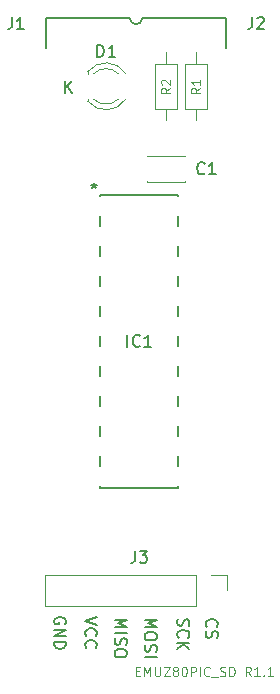
<source format=gto>
%TF.GenerationSoftware,KiCad,Pcbnew,7.0.5*%
%TF.CreationDate,2023-09-18T23:30:41+09:00*%
%TF.ProjectId,PIC18F47QXX_SD,50494331-3846-4343-9751-58585f53442e,1.1*%
%TF.SameCoordinates,PX60e4b00PY791ddc0*%
%TF.FileFunction,Legend,Top*%
%TF.FilePolarity,Positive*%
%FSLAX46Y46*%
G04 Gerber Fmt 4.6, Leading zero omitted, Abs format (unit mm)*
G04 Created by KiCad (PCBNEW 7.0.5) date 2023-09-18 23:30:41*
%MOMM*%
%LPD*%
G01*
G04 APERTURE LIST*
%ADD10C,0.150000*%
%ADD11C,0.108000*%
%ADD12C,0.120000*%
%ADD13C,0.152400*%
G04 APERTURE END LIST*
D10*
X5086600Y54060000D02*
X5086600Y56600000D01*
X12173200Y56600000D02*
G75*
G03*
X13240000Y56600000I533400J0D01*
G01*
X20326600Y56600000D02*
X20326600Y54060000D01*
X13240000Y56600000D02*
X20326600Y56600000D01*
X5086600Y56600000D02*
X12173200Y56600000D01*
D11*
X12696766Y1289645D02*
X12956766Y1289645D01*
X13068194Y881074D02*
X12696766Y881074D01*
X12696766Y881074D02*
X12696766Y1661074D01*
X12696766Y1661074D02*
X13068194Y1661074D01*
X13402480Y881074D02*
X13402480Y1661074D01*
X13402480Y1661074D02*
X13662480Y1103931D01*
X13662480Y1103931D02*
X13922480Y1661074D01*
X13922480Y1661074D02*
X13922480Y881074D01*
X14293909Y1661074D02*
X14293909Y1029645D01*
X14293909Y1029645D02*
X14331052Y955359D01*
X14331052Y955359D02*
X14368195Y918216D01*
X14368195Y918216D02*
X14442480Y881074D01*
X14442480Y881074D02*
X14591052Y881074D01*
X14591052Y881074D02*
X14665337Y918216D01*
X14665337Y918216D02*
X14702480Y955359D01*
X14702480Y955359D02*
X14739623Y1029645D01*
X14739623Y1029645D02*
X14739623Y1661074D01*
X15036766Y1661074D02*
X15556766Y1661074D01*
X15556766Y1661074D02*
X15036766Y881074D01*
X15036766Y881074D02*
X15556766Y881074D01*
X15965337Y1326788D02*
X15891052Y1363931D01*
X15891052Y1363931D02*
X15853909Y1401074D01*
X15853909Y1401074D02*
X15816766Y1475359D01*
X15816766Y1475359D02*
X15816766Y1512502D01*
X15816766Y1512502D02*
X15853909Y1586788D01*
X15853909Y1586788D02*
X15891052Y1623931D01*
X15891052Y1623931D02*
X15965337Y1661074D01*
X15965337Y1661074D02*
X16113909Y1661074D01*
X16113909Y1661074D02*
X16188195Y1623931D01*
X16188195Y1623931D02*
X16225337Y1586788D01*
X16225337Y1586788D02*
X16262480Y1512502D01*
X16262480Y1512502D02*
X16262480Y1475359D01*
X16262480Y1475359D02*
X16225337Y1401074D01*
X16225337Y1401074D02*
X16188195Y1363931D01*
X16188195Y1363931D02*
X16113909Y1326788D01*
X16113909Y1326788D02*
X15965337Y1326788D01*
X15965337Y1326788D02*
X15891052Y1289645D01*
X15891052Y1289645D02*
X15853909Y1252502D01*
X15853909Y1252502D02*
X15816766Y1178216D01*
X15816766Y1178216D02*
X15816766Y1029645D01*
X15816766Y1029645D02*
X15853909Y955359D01*
X15853909Y955359D02*
X15891052Y918216D01*
X15891052Y918216D02*
X15965337Y881074D01*
X15965337Y881074D02*
X16113909Y881074D01*
X16113909Y881074D02*
X16188195Y918216D01*
X16188195Y918216D02*
X16225337Y955359D01*
X16225337Y955359D02*
X16262480Y1029645D01*
X16262480Y1029645D02*
X16262480Y1178216D01*
X16262480Y1178216D02*
X16225337Y1252502D01*
X16225337Y1252502D02*
X16188195Y1289645D01*
X16188195Y1289645D02*
X16113909Y1326788D01*
X16745337Y1661074D02*
X16819623Y1661074D01*
X16819623Y1661074D02*
X16893909Y1623931D01*
X16893909Y1623931D02*
X16931052Y1586788D01*
X16931052Y1586788D02*
X16968194Y1512502D01*
X16968194Y1512502D02*
X17005337Y1363931D01*
X17005337Y1363931D02*
X17005337Y1178216D01*
X17005337Y1178216D02*
X16968194Y1029645D01*
X16968194Y1029645D02*
X16931052Y955359D01*
X16931052Y955359D02*
X16893909Y918216D01*
X16893909Y918216D02*
X16819623Y881074D01*
X16819623Y881074D02*
X16745337Y881074D01*
X16745337Y881074D02*
X16671052Y918216D01*
X16671052Y918216D02*
X16633909Y955359D01*
X16633909Y955359D02*
X16596766Y1029645D01*
X16596766Y1029645D02*
X16559623Y1178216D01*
X16559623Y1178216D02*
X16559623Y1363931D01*
X16559623Y1363931D02*
X16596766Y1512502D01*
X16596766Y1512502D02*
X16633909Y1586788D01*
X16633909Y1586788D02*
X16671052Y1623931D01*
X16671052Y1623931D02*
X16745337Y1661074D01*
X17339623Y881074D02*
X17339623Y1661074D01*
X17339623Y1661074D02*
X17636766Y1661074D01*
X17636766Y1661074D02*
X17711051Y1623931D01*
X17711051Y1623931D02*
X17748194Y1586788D01*
X17748194Y1586788D02*
X17785337Y1512502D01*
X17785337Y1512502D02*
X17785337Y1401074D01*
X17785337Y1401074D02*
X17748194Y1326788D01*
X17748194Y1326788D02*
X17711051Y1289645D01*
X17711051Y1289645D02*
X17636766Y1252502D01*
X17636766Y1252502D02*
X17339623Y1252502D01*
X18119623Y881074D02*
X18119623Y1661074D01*
X18936766Y955359D02*
X18899623Y918216D01*
X18899623Y918216D02*
X18788195Y881074D01*
X18788195Y881074D02*
X18713909Y881074D01*
X18713909Y881074D02*
X18602480Y918216D01*
X18602480Y918216D02*
X18528195Y992502D01*
X18528195Y992502D02*
X18491052Y1066788D01*
X18491052Y1066788D02*
X18453909Y1215359D01*
X18453909Y1215359D02*
X18453909Y1326788D01*
X18453909Y1326788D02*
X18491052Y1475359D01*
X18491052Y1475359D02*
X18528195Y1549645D01*
X18528195Y1549645D02*
X18602480Y1623931D01*
X18602480Y1623931D02*
X18713909Y1661074D01*
X18713909Y1661074D02*
X18788195Y1661074D01*
X18788195Y1661074D02*
X18899623Y1623931D01*
X18899623Y1623931D02*
X18936766Y1586788D01*
X19085338Y806788D02*
X19679623Y806788D01*
X19828195Y918216D02*
X19939624Y881074D01*
X19939624Y881074D02*
X20125338Y881074D01*
X20125338Y881074D02*
X20199624Y918216D01*
X20199624Y918216D02*
X20236766Y955359D01*
X20236766Y955359D02*
X20273909Y1029645D01*
X20273909Y1029645D02*
X20273909Y1103931D01*
X20273909Y1103931D02*
X20236766Y1178216D01*
X20236766Y1178216D02*
X20199624Y1215359D01*
X20199624Y1215359D02*
X20125338Y1252502D01*
X20125338Y1252502D02*
X19976766Y1289645D01*
X19976766Y1289645D02*
X19902481Y1326788D01*
X19902481Y1326788D02*
X19865338Y1363931D01*
X19865338Y1363931D02*
X19828195Y1438216D01*
X19828195Y1438216D02*
X19828195Y1512502D01*
X19828195Y1512502D02*
X19865338Y1586788D01*
X19865338Y1586788D02*
X19902481Y1623931D01*
X19902481Y1623931D02*
X19976766Y1661074D01*
X19976766Y1661074D02*
X20162481Y1661074D01*
X20162481Y1661074D02*
X20273909Y1623931D01*
X20608195Y881074D02*
X20608195Y1661074D01*
X20608195Y1661074D02*
X20793909Y1661074D01*
X20793909Y1661074D02*
X20905338Y1623931D01*
X20905338Y1623931D02*
X20979623Y1549645D01*
X20979623Y1549645D02*
X21016766Y1475359D01*
X21016766Y1475359D02*
X21053909Y1326788D01*
X21053909Y1326788D02*
X21053909Y1215359D01*
X21053909Y1215359D02*
X21016766Y1066788D01*
X21016766Y1066788D02*
X20979623Y992502D01*
X20979623Y992502D02*
X20905338Y918216D01*
X20905338Y918216D02*
X20793909Y881074D01*
X20793909Y881074D02*
X20608195Y881074D01*
X22428195Y881074D02*
X22168195Y1252502D01*
X21982481Y881074D02*
X21982481Y1661074D01*
X21982481Y1661074D02*
X22279624Y1661074D01*
X22279624Y1661074D02*
X22353909Y1623931D01*
X22353909Y1623931D02*
X22391052Y1586788D01*
X22391052Y1586788D02*
X22428195Y1512502D01*
X22428195Y1512502D02*
X22428195Y1401074D01*
X22428195Y1401074D02*
X22391052Y1326788D01*
X22391052Y1326788D02*
X22353909Y1289645D01*
X22353909Y1289645D02*
X22279624Y1252502D01*
X22279624Y1252502D02*
X21982481Y1252502D01*
X23171052Y881074D02*
X22725338Y881074D01*
X22948195Y881074D02*
X22948195Y1661074D01*
X22948195Y1661074D02*
X22873909Y1549645D01*
X22873909Y1549645D02*
X22799624Y1475359D01*
X22799624Y1475359D02*
X22725338Y1438216D01*
X23505338Y955359D02*
X23542481Y918216D01*
X23542481Y918216D02*
X23505338Y881074D01*
X23505338Y881074D02*
X23468195Y918216D01*
X23468195Y918216D02*
X23505338Y955359D01*
X23505338Y955359D02*
X23505338Y881074D01*
X24285338Y881074D02*
X23839624Y881074D01*
X24062481Y881074D02*
X24062481Y1661074D01*
X24062481Y1661074D02*
X23988195Y1549645D01*
X23988195Y1549645D02*
X23913910Y1475359D01*
X23913910Y1475359D02*
X23839624Y1438216D01*
D10*
X16256000Y5705240D02*
X16208380Y5562383D01*
X16208380Y5562383D02*
X16208380Y5324288D01*
X16208380Y5324288D02*
X16256000Y5229050D01*
X16256000Y5229050D02*
X16303619Y5181431D01*
X16303619Y5181431D02*
X16398857Y5133812D01*
X16398857Y5133812D02*
X16494095Y5133812D01*
X16494095Y5133812D02*
X16589333Y5181431D01*
X16589333Y5181431D02*
X16636952Y5229050D01*
X16636952Y5229050D02*
X16684571Y5324288D01*
X16684571Y5324288D02*
X16732190Y5514764D01*
X16732190Y5514764D02*
X16779809Y5610002D01*
X16779809Y5610002D02*
X16827428Y5657621D01*
X16827428Y5657621D02*
X16922666Y5705240D01*
X16922666Y5705240D02*
X17017904Y5705240D01*
X17017904Y5705240D02*
X17113142Y5657621D01*
X17113142Y5657621D02*
X17160761Y5610002D01*
X17160761Y5610002D02*
X17208380Y5514764D01*
X17208380Y5514764D02*
X17208380Y5276669D01*
X17208380Y5276669D02*
X17160761Y5133812D01*
X16303619Y4133812D02*
X16256000Y4181431D01*
X16256000Y4181431D02*
X16208380Y4324288D01*
X16208380Y4324288D02*
X16208380Y4419526D01*
X16208380Y4419526D02*
X16256000Y4562383D01*
X16256000Y4562383D02*
X16351238Y4657621D01*
X16351238Y4657621D02*
X16446476Y4705240D01*
X16446476Y4705240D02*
X16636952Y4752859D01*
X16636952Y4752859D02*
X16779809Y4752859D01*
X16779809Y4752859D02*
X16970285Y4705240D01*
X16970285Y4705240D02*
X17065523Y4657621D01*
X17065523Y4657621D02*
X17160761Y4562383D01*
X17160761Y4562383D02*
X17208380Y4419526D01*
X17208380Y4419526D02*
X17208380Y4324288D01*
X17208380Y4324288D02*
X17160761Y4181431D01*
X17160761Y4181431D02*
X17113142Y4133812D01*
X16208380Y3705240D02*
X17208380Y3705240D01*
X16208380Y3133812D02*
X16779809Y3562383D01*
X17208380Y3133812D02*
X16636952Y3705240D01*
X6716779Y50230181D02*
X6716779Y51230181D01*
X7288207Y50230181D02*
X6859636Y50801610D01*
X7288207Y51230181D02*
X6716779Y50658753D01*
X6721361Y5286212D02*
X6768980Y5381450D01*
X6768980Y5381450D02*
X6768980Y5524307D01*
X6768980Y5524307D02*
X6721361Y5667164D01*
X6721361Y5667164D02*
X6626123Y5762402D01*
X6626123Y5762402D02*
X6530885Y5810021D01*
X6530885Y5810021D02*
X6340409Y5857640D01*
X6340409Y5857640D02*
X6197552Y5857640D01*
X6197552Y5857640D02*
X6007076Y5810021D01*
X6007076Y5810021D02*
X5911838Y5762402D01*
X5911838Y5762402D02*
X5816600Y5667164D01*
X5816600Y5667164D02*
X5768980Y5524307D01*
X5768980Y5524307D02*
X5768980Y5429069D01*
X5768980Y5429069D02*
X5816600Y5286212D01*
X5816600Y5286212D02*
X5864219Y5238593D01*
X5864219Y5238593D02*
X6197552Y5238593D01*
X6197552Y5238593D02*
X6197552Y5429069D01*
X5768980Y4810021D02*
X6768980Y4810021D01*
X6768980Y4810021D02*
X5768980Y4238593D01*
X5768980Y4238593D02*
X6768980Y4238593D01*
X5768980Y3762402D02*
X6768980Y3762402D01*
X6768980Y3762402D02*
X6768980Y3524307D01*
X6768980Y3524307D02*
X6721361Y3381450D01*
X6721361Y3381450D02*
X6626123Y3286212D01*
X6626123Y3286212D02*
X6530885Y3238593D01*
X6530885Y3238593D02*
X6340409Y3190974D01*
X6340409Y3190974D02*
X6197552Y3190974D01*
X6197552Y3190974D02*
X6007076Y3238593D01*
X6007076Y3238593D02*
X5911838Y3286212D01*
X5911838Y3286212D02*
X5816600Y3381450D01*
X5816600Y3381450D02*
X5768980Y3524307D01*
X5768980Y3524307D02*
X5768980Y3762402D01*
X9385180Y5851278D02*
X8385180Y5517945D01*
X8385180Y5517945D02*
X9385180Y5184612D01*
X8480419Y4279850D02*
X8432800Y4327469D01*
X8432800Y4327469D02*
X8385180Y4470326D01*
X8385180Y4470326D02*
X8385180Y4565564D01*
X8385180Y4565564D02*
X8432800Y4708421D01*
X8432800Y4708421D02*
X8528038Y4803659D01*
X8528038Y4803659D02*
X8623276Y4851278D01*
X8623276Y4851278D02*
X8813752Y4898897D01*
X8813752Y4898897D02*
X8956609Y4898897D01*
X8956609Y4898897D02*
X9147085Y4851278D01*
X9147085Y4851278D02*
X9242323Y4803659D01*
X9242323Y4803659D02*
X9337561Y4708421D01*
X9337561Y4708421D02*
X9385180Y4565564D01*
X9385180Y4565564D02*
X9385180Y4470326D01*
X9385180Y4470326D02*
X9337561Y4327469D01*
X9337561Y4327469D02*
X9289942Y4279850D01*
X8480419Y3279850D02*
X8432800Y3327469D01*
X8432800Y3327469D02*
X8385180Y3470326D01*
X8385180Y3470326D02*
X8385180Y3565564D01*
X8385180Y3565564D02*
X8432800Y3708421D01*
X8432800Y3708421D02*
X8528038Y3803659D01*
X8528038Y3803659D02*
X8623276Y3851278D01*
X8623276Y3851278D02*
X8813752Y3898897D01*
X8813752Y3898897D02*
X8956609Y3898897D01*
X8956609Y3898897D02*
X9147085Y3851278D01*
X9147085Y3851278D02*
X9242323Y3803659D01*
X9242323Y3803659D02*
X9337561Y3708421D01*
X9337561Y3708421D02*
X9385180Y3565564D01*
X9385180Y3565564D02*
X9385180Y3470326D01*
X9385180Y3470326D02*
X9337561Y3327469D01*
X9337561Y3327469D02*
X9289942Y3279850D01*
X18716619Y5060793D02*
X18669000Y5108412D01*
X18669000Y5108412D02*
X18621380Y5251269D01*
X18621380Y5251269D02*
X18621380Y5346507D01*
X18621380Y5346507D02*
X18669000Y5489364D01*
X18669000Y5489364D02*
X18764238Y5584602D01*
X18764238Y5584602D02*
X18859476Y5632221D01*
X18859476Y5632221D02*
X19049952Y5679840D01*
X19049952Y5679840D02*
X19192809Y5679840D01*
X19192809Y5679840D02*
X19383285Y5632221D01*
X19383285Y5632221D02*
X19478523Y5584602D01*
X19478523Y5584602D02*
X19573761Y5489364D01*
X19573761Y5489364D02*
X19621380Y5346507D01*
X19621380Y5346507D02*
X19621380Y5251269D01*
X19621380Y5251269D02*
X19573761Y5108412D01*
X19573761Y5108412D02*
X19526142Y5060793D01*
X18669000Y4679840D02*
X18621380Y4536983D01*
X18621380Y4536983D02*
X18621380Y4298888D01*
X18621380Y4298888D02*
X18669000Y4203650D01*
X18669000Y4203650D02*
X18716619Y4156031D01*
X18716619Y4156031D02*
X18811857Y4108412D01*
X18811857Y4108412D02*
X18907095Y4108412D01*
X18907095Y4108412D02*
X19002333Y4156031D01*
X19002333Y4156031D02*
X19049952Y4203650D01*
X19049952Y4203650D02*
X19097571Y4298888D01*
X19097571Y4298888D02*
X19145190Y4489364D01*
X19145190Y4489364D02*
X19192809Y4584602D01*
X19192809Y4584602D02*
X19240428Y4632221D01*
X19240428Y4632221D02*
X19335666Y4679840D01*
X19335666Y4679840D02*
X19430904Y4679840D01*
X19430904Y4679840D02*
X19526142Y4632221D01*
X19526142Y4632221D02*
X19573761Y4584602D01*
X19573761Y4584602D02*
X19621380Y4489364D01*
X19621380Y4489364D02*
X19621380Y4251269D01*
X19621380Y4251269D02*
X19573761Y4108412D01*
X13439780Y5657621D02*
X14439780Y5657621D01*
X14439780Y5657621D02*
X13725495Y5324288D01*
X13725495Y5324288D02*
X14439780Y4990955D01*
X14439780Y4990955D02*
X13439780Y4990955D01*
X14439780Y4324288D02*
X14439780Y4133812D01*
X14439780Y4133812D02*
X14392161Y4038574D01*
X14392161Y4038574D02*
X14296923Y3943336D01*
X14296923Y3943336D02*
X14106447Y3895717D01*
X14106447Y3895717D02*
X13773114Y3895717D01*
X13773114Y3895717D02*
X13582638Y3943336D01*
X13582638Y3943336D02*
X13487400Y4038574D01*
X13487400Y4038574D02*
X13439780Y4133812D01*
X13439780Y4133812D02*
X13439780Y4324288D01*
X13439780Y4324288D02*
X13487400Y4419526D01*
X13487400Y4419526D02*
X13582638Y4514764D01*
X13582638Y4514764D02*
X13773114Y4562383D01*
X13773114Y4562383D02*
X14106447Y4562383D01*
X14106447Y4562383D02*
X14296923Y4514764D01*
X14296923Y4514764D02*
X14392161Y4419526D01*
X14392161Y4419526D02*
X14439780Y4324288D01*
X13487400Y3514764D02*
X13439780Y3371907D01*
X13439780Y3371907D02*
X13439780Y3133812D01*
X13439780Y3133812D02*
X13487400Y3038574D01*
X13487400Y3038574D02*
X13535019Y2990955D01*
X13535019Y2990955D02*
X13630257Y2943336D01*
X13630257Y2943336D02*
X13725495Y2943336D01*
X13725495Y2943336D02*
X13820733Y2990955D01*
X13820733Y2990955D02*
X13868352Y3038574D01*
X13868352Y3038574D02*
X13915971Y3133812D01*
X13915971Y3133812D02*
X13963590Y3324288D01*
X13963590Y3324288D02*
X14011209Y3419526D01*
X14011209Y3419526D02*
X14058828Y3467145D01*
X14058828Y3467145D02*
X14154066Y3514764D01*
X14154066Y3514764D02*
X14249304Y3514764D01*
X14249304Y3514764D02*
X14344542Y3467145D01*
X14344542Y3467145D02*
X14392161Y3419526D01*
X14392161Y3419526D02*
X14439780Y3324288D01*
X14439780Y3324288D02*
X14439780Y3086193D01*
X14439780Y3086193D02*
X14392161Y2943336D01*
X13439780Y2514764D02*
X14439780Y2514764D01*
X10899780Y5657621D02*
X11899780Y5657621D01*
X11899780Y5657621D02*
X11185495Y5324288D01*
X11185495Y5324288D02*
X11899780Y4990955D01*
X11899780Y4990955D02*
X10899780Y4990955D01*
X10899780Y4514764D02*
X11899780Y4514764D01*
X10947400Y4086193D02*
X10899780Y3943336D01*
X10899780Y3943336D02*
X10899780Y3705241D01*
X10899780Y3705241D02*
X10947400Y3610003D01*
X10947400Y3610003D02*
X10995019Y3562384D01*
X10995019Y3562384D02*
X11090257Y3514765D01*
X11090257Y3514765D02*
X11185495Y3514765D01*
X11185495Y3514765D02*
X11280733Y3562384D01*
X11280733Y3562384D02*
X11328352Y3610003D01*
X11328352Y3610003D02*
X11375971Y3705241D01*
X11375971Y3705241D02*
X11423590Y3895717D01*
X11423590Y3895717D02*
X11471209Y3990955D01*
X11471209Y3990955D02*
X11518828Y4038574D01*
X11518828Y4038574D02*
X11614066Y4086193D01*
X11614066Y4086193D02*
X11709304Y4086193D01*
X11709304Y4086193D02*
X11804542Y4038574D01*
X11804542Y4038574D02*
X11852161Y3990955D01*
X11852161Y3990955D02*
X11899780Y3895717D01*
X11899780Y3895717D02*
X11899780Y3657622D01*
X11899780Y3657622D02*
X11852161Y3514765D01*
X11899780Y2895717D02*
X11899780Y2705241D01*
X11899780Y2705241D02*
X11852161Y2610003D01*
X11852161Y2610003D02*
X11756923Y2514765D01*
X11756923Y2514765D02*
X11566447Y2467146D01*
X11566447Y2467146D02*
X11233114Y2467146D01*
X11233114Y2467146D02*
X11042638Y2514765D01*
X11042638Y2514765D02*
X10947400Y2610003D01*
X10947400Y2610003D02*
X10899780Y2705241D01*
X10899780Y2705241D02*
X10899780Y2895717D01*
X10899780Y2895717D02*
X10947400Y2990955D01*
X10947400Y2990955D02*
X11042638Y3086193D01*
X11042638Y3086193D02*
X11233114Y3133812D01*
X11233114Y3133812D02*
X11566447Y3133812D01*
X11566447Y3133812D02*
X11756923Y3086193D01*
X11756923Y3086193D02*
X11852161Y2990955D01*
X11852161Y2990955D02*
X11899780Y2895717D01*
D11*
X18107469Y50680001D02*
X17764612Y50440001D01*
X18107469Y50268572D02*
X17387469Y50268572D01*
X17387469Y50268572D02*
X17387469Y50542858D01*
X17387469Y50542858D02*
X17421755Y50611429D01*
X17421755Y50611429D02*
X17456041Y50645715D01*
X17456041Y50645715D02*
X17524612Y50680001D01*
X17524612Y50680001D02*
X17627469Y50680001D01*
X17627469Y50680001D02*
X17696041Y50645715D01*
X17696041Y50645715D02*
X17730326Y50611429D01*
X17730326Y50611429D02*
X17764612Y50542858D01*
X17764612Y50542858D02*
X17764612Y50268572D01*
X18107469Y51365715D02*
X18107469Y50954286D01*
X18107469Y51160001D02*
X17387469Y51160001D01*
X17387469Y51160001D02*
X17490326Y51091429D01*
X17490326Y51091429D02*
X17558898Y51022858D01*
X17558898Y51022858D02*
X17593184Y50954286D01*
D10*
X18503333Y43450420D02*
X18455714Y43402800D01*
X18455714Y43402800D02*
X18312857Y43355181D01*
X18312857Y43355181D02*
X18217619Y43355181D01*
X18217619Y43355181D02*
X18074762Y43402800D01*
X18074762Y43402800D02*
X17979524Y43498039D01*
X17979524Y43498039D02*
X17931905Y43593277D01*
X17931905Y43593277D02*
X17884286Y43783753D01*
X17884286Y43783753D02*
X17884286Y43926610D01*
X17884286Y43926610D02*
X17931905Y44117086D01*
X17931905Y44117086D02*
X17979524Y44212324D01*
X17979524Y44212324D02*
X18074762Y44307562D01*
X18074762Y44307562D02*
X18217619Y44355181D01*
X18217619Y44355181D02*
X18312857Y44355181D01*
X18312857Y44355181D02*
X18455714Y44307562D01*
X18455714Y44307562D02*
X18503333Y44259943D01*
X19455714Y43355181D02*
X18884286Y43355181D01*
X19170000Y43355181D02*
X19170000Y44355181D01*
X19170000Y44355181D02*
X19074762Y44212324D01*
X19074762Y44212324D02*
X18979524Y44117086D01*
X18979524Y44117086D02*
X18884286Y44069467D01*
X9421905Y53305181D02*
X9421905Y54305181D01*
X9421905Y54305181D02*
X9660000Y54305181D01*
X9660000Y54305181D02*
X9802857Y54257562D01*
X9802857Y54257562D02*
X9898095Y54162324D01*
X9898095Y54162324D02*
X9945714Y54067086D01*
X9945714Y54067086D02*
X9993333Y53876610D01*
X9993333Y53876610D02*
X9993333Y53733753D01*
X9993333Y53733753D02*
X9945714Y53543277D01*
X9945714Y53543277D02*
X9898095Y53448039D01*
X9898095Y53448039D02*
X9802857Y53352800D01*
X9802857Y53352800D02*
X9660000Y53305181D01*
X9660000Y53305181D02*
X9421905Y53305181D01*
X10945714Y53305181D02*
X10374286Y53305181D01*
X10660000Y53305181D02*
X10660000Y54305181D01*
X10660000Y54305181D02*
X10564762Y54162324D01*
X10564762Y54162324D02*
X10469524Y54067086D01*
X10469524Y54067086D02*
X10374286Y54019467D01*
D11*
X15567469Y50680001D02*
X15224612Y50440001D01*
X15567469Y50268572D02*
X14847469Y50268572D01*
X14847469Y50268572D02*
X14847469Y50542858D01*
X14847469Y50542858D02*
X14881755Y50611429D01*
X14881755Y50611429D02*
X14916041Y50645715D01*
X14916041Y50645715D02*
X14984612Y50680001D01*
X14984612Y50680001D02*
X15087469Y50680001D01*
X15087469Y50680001D02*
X15156041Y50645715D01*
X15156041Y50645715D02*
X15190326Y50611429D01*
X15190326Y50611429D02*
X15224612Y50542858D01*
X15224612Y50542858D02*
X15224612Y50268572D01*
X14916041Y50954286D02*
X14881755Y50988572D01*
X14881755Y50988572D02*
X14847469Y51057143D01*
X14847469Y51057143D02*
X14847469Y51228572D01*
X14847469Y51228572D02*
X14881755Y51297143D01*
X14881755Y51297143D02*
X14916041Y51331429D01*
X14916041Y51331429D02*
X14984612Y51365715D01*
X14984612Y51365715D02*
X15053184Y51365715D01*
X15053184Y51365715D02*
X15156041Y51331429D01*
X15156041Y51331429D02*
X15567469Y50920001D01*
X15567469Y50920001D02*
X15567469Y51365715D01*
D10*
X11977810Y28755181D02*
X11977810Y29755181D01*
X13025428Y28850420D02*
X12977809Y28802800D01*
X12977809Y28802800D02*
X12834952Y28755181D01*
X12834952Y28755181D02*
X12739714Y28755181D01*
X12739714Y28755181D02*
X12596857Y28802800D01*
X12596857Y28802800D02*
X12501619Y28898039D01*
X12501619Y28898039D02*
X12454000Y28993277D01*
X12454000Y28993277D02*
X12406381Y29183753D01*
X12406381Y29183753D02*
X12406381Y29326610D01*
X12406381Y29326610D02*
X12454000Y29517086D01*
X12454000Y29517086D02*
X12501619Y29612324D01*
X12501619Y29612324D02*
X12596857Y29707562D01*
X12596857Y29707562D02*
X12739714Y29755181D01*
X12739714Y29755181D02*
X12834952Y29755181D01*
X12834952Y29755181D02*
X12977809Y29707562D01*
X12977809Y29707562D02*
X13025428Y29659943D01*
X13977809Y28755181D02*
X13406381Y28755181D01*
X13692095Y28755181D02*
X13692095Y29755181D01*
X13692095Y29755181D02*
X13596857Y29612324D01*
X13596857Y29612324D02*
X13501619Y29517086D01*
X13501619Y29517086D02*
X13406381Y29469467D01*
X9144000Y42582181D02*
X9144000Y42344086D01*
X8905905Y42439324D02*
X9144000Y42344086D01*
X9144000Y42344086D02*
X9382095Y42439324D01*
X9001143Y42153610D02*
X9144000Y42344086D01*
X9144000Y42344086D02*
X9286857Y42153610D01*
X12620666Y11467181D02*
X12620666Y10752896D01*
X12620666Y10752896D02*
X12573047Y10610039D01*
X12573047Y10610039D02*
X12477809Y10514800D01*
X12477809Y10514800D02*
X12334952Y10467181D01*
X12334952Y10467181D02*
X12239714Y10467181D01*
X13001619Y11467181D02*
X13620666Y11467181D01*
X13620666Y11467181D02*
X13287333Y11086229D01*
X13287333Y11086229D02*
X13430190Y11086229D01*
X13430190Y11086229D02*
X13525428Y11038610D01*
X13525428Y11038610D02*
X13573047Y10990991D01*
X13573047Y10990991D02*
X13620666Y10895753D01*
X13620666Y10895753D02*
X13620666Y10657658D01*
X13620666Y10657658D02*
X13573047Y10562420D01*
X13573047Y10562420D02*
X13525428Y10514800D01*
X13525428Y10514800D02*
X13430190Y10467181D01*
X13430190Y10467181D02*
X13144476Y10467181D01*
X13144476Y10467181D02*
X13049238Y10514800D01*
X13049238Y10514800D02*
X13001619Y10562420D01*
X2206666Y56655181D02*
X2206666Y55940896D01*
X2206666Y55940896D02*
X2159047Y55798039D01*
X2159047Y55798039D02*
X2063809Y55702800D01*
X2063809Y55702800D02*
X1920952Y55655181D01*
X1920952Y55655181D02*
X1825714Y55655181D01*
X3206666Y55655181D02*
X2635238Y55655181D01*
X2920952Y55655181D02*
X2920952Y56655181D01*
X2920952Y56655181D02*
X2825714Y56512324D01*
X2825714Y56512324D02*
X2730476Y56417086D01*
X2730476Y56417086D02*
X2635238Y56369467D01*
X22526666Y56655181D02*
X22526666Y55940896D01*
X22526666Y55940896D02*
X22479047Y55798039D01*
X22479047Y55798039D02*
X22383809Y55702800D01*
X22383809Y55702800D02*
X22240952Y55655181D01*
X22240952Y55655181D02*
X22145714Y55655181D01*
X22955238Y56559943D02*
X23002857Y56607562D01*
X23002857Y56607562D02*
X23098095Y56655181D01*
X23098095Y56655181D02*
X23336190Y56655181D01*
X23336190Y56655181D02*
X23431428Y56607562D01*
X23431428Y56607562D02*
X23479047Y56559943D01*
X23479047Y56559943D02*
X23526666Y56464705D01*
X23526666Y56464705D02*
X23526666Y56369467D01*
X23526666Y56369467D02*
X23479047Y56226610D01*
X23479047Y56226610D02*
X22907619Y55655181D01*
X22907619Y55655181D02*
X23526666Y55655181D01*
D12*
X17780000Y47930000D02*
X17780000Y48880000D01*
X16860000Y48880000D02*
X18700000Y48880000D01*
X18700000Y48880000D02*
X18700000Y52720000D01*
X16860000Y52720000D02*
X16860000Y48880000D01*
X18700000Y52720000D02*
X16860000Y52720000D01*
X17780000Y53670000D02*
X17780000Y52720000D01*
X13630000Y44940000D02*
X13630000Y44875000D01*
X13630000Y44940000D02*
X16870000Y44940000D01*
X13630000Y42765000D02*
X13630000Y42700000D01*
X13630000Y42700000D02*
X16870000Y42700000D01*
X16870000Y44940000D02*
X16870000Y44875000D01*
X16870000Y42765000D02*
X16870000Y42700000D01*
X8600000Y52036000D02*
X8600000Y51880000D01*
X8600000Y49720000D02*
X8600000Y49564000D01*
X11832334Y51878608D02*
G75*
G03*
X8600001Y52035515I-1672334J-1078608D01*
G01*
X11201129Y51879836D02*
G75*
G03*
X9119040Y51879999I-1041129J-1079836D01*
G01*
X9119040Y49720001D02*
G75*
G03*
X11201129Y49720164I1040960J1079999D01*
G01*
X8600001Y49564485D02*
G75*
G03*
X11832334Y49721392I1559999J1235515D01*
G01*
X15240000Y47930000D02*
X15240000Y48880000D01*
X14320000Y48880000D02*
X16160000Y48880000D01*
X16160000Y48880000D02*
X16160000Y52720000D01*
X14320000Y52720000D02*
X14320000Y48880000D01*
X16160000Y52720000D02*
X14320000Y52720000D01*
X15240000Y53670000D02*
X15240000Y52720000D01*
D13*
X9626600Y41643300D02*
X9626600Y41478819D01*
X9626600Y39801181D02*
X9626600Y38938819D01*
X9626600Y37261181D02*
X9626600Y36398819D01*
X9626600Y34721181D02*
X9626600Y33858819D01*
X9626600Y32181181D02*
X9626600Y31318819D01*
X9626600Y29641181D02*
X9626600Y28778819D01*
X9626600Y27101181D02*
X9626600Y26238819D01*
X9626600Y24561181D02*
X9626600Y23698819D01*
X9626600Y22021181D02*
X9626600Y21158819D01*
X9626600Y19481181D02*
X9626600Y18618819D01*
X9626600Y16941181D02*
X9626600Y16776700D01*
X9626600Y16776700D02*
X16281400Y16776700D01*
X16281400Y41643300D02*
X9626600Y41643300D01*
X16281400Y41478819D02*
X16281400Y41643300D01*
X16281400Y38938819D02*
X16281400Y39801181D01*
X16281400Y36398819D02*
X16281400Y37261181D01*
X16281400Y33858819D02*
X16281400Y34721181D01*
X16281400Y31318819D02*
X16281400Y32181181D01*
X16281400Y28778819D02*
X16281400Y29641181D01*
X16281400Y26238819D02*
X16281400Y27101181D01*
X16281400Y23698819D02*
X16281400Y24561181D01*
X16281400Y21158819D02*
X16281400Y22021181D01*
X16281400Y18618819D02*
X16281400Y19481181D01*
X16281400Y16776700D02*
X16281400Y16941181D01*
D12*
X20380000Y9458000D02*
X20380000Y8128000D01*
X19050000Y9458000D02*
X20380000Y9458000D01*
X17780000Y9458000D02*
X5020000Y9458000D01*
X17780000Y9458000D02*
X17780000Y6798000D01*
X5020000Y9458000D02*
X5020000Y6798000D01*
X17780000Y6798000D02*
X5020000Y6798000D01*
M02*

</source>
